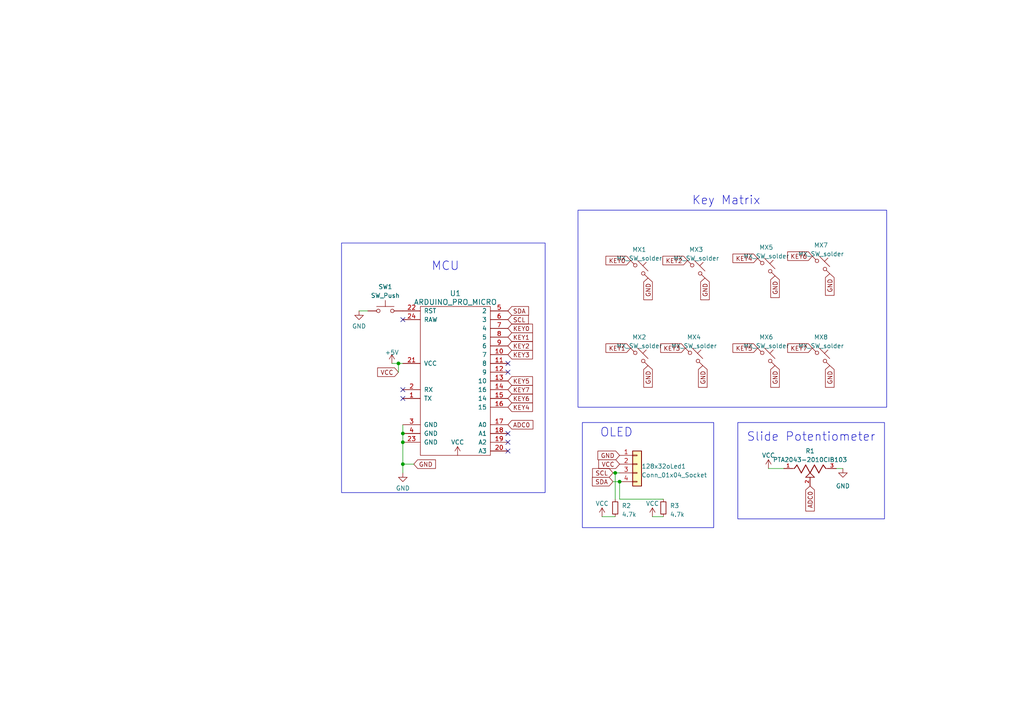
<source format=kicad_sch>
(kicad_sch (version 20230121) (generator eeschema)
  (paper "A4")
  (lib_symbols
    (symbol "Atreus62-cache:ARDUINO_PRO_MICRO" (pin_names (offset 1.016))
      (property "Reference" "U" (at 2.54 -1.27 90))
      (property "Value" "ARDUINO_PRO_MICRO" (at 0 -1.27 90))
      (symbol "ARDUINO_PRO_MICRO_0_1"
        (rectangle (start -10.16 21.59) (end 10.16 -21.59))
      )
      (symbol "ARDUINO_PRO_MICRO_1_1"
        (pin power_out line (at -15.24 -5.08 0) (length 5.08) (name "TX") (number "1"))
        (pin input line (at 15.24 7.62 180) (length 5.08) (name "7") (number "10"))
        (pin input line (at 15.24 5.08 180) (length 5.08) (name "8") (number "11"))
        (pin input line (at 15.24 2.54 180) (length 5.08) (name "9") (number "12"))
        (pin input line (at 15.24 0 180) (length 5.08) (name "10") (number "13"))
        (pin input line (at 15.24 -2.54 180) (length 5.08) (name "16") (number "14"))
        (pin input line (at 15.24 -5.08 180) (length 5.08) (name "14") (number "15"))
        (pin input line (at 15.24 -7.62 180) (length 5.08) (name "15") (number "16"))
        (pin input line (at 15.24 -12.7 180) (length 5.08) (name "A0") (number "17"))
        (pin input line (at 15.24 -15.24 180) (length 5.08) (name "A1") (number "18"))
        (pin input line (at 15.24 -17.78 180) (length 5.08) (name "A2") (number "19"))
        (pin power_out line (at -15.24 -2.54 0) (length 5.08) (name "RX") (number "2"))
        (pin input line (at 15.24 -20.32 180) (length 5.08) (name "A3") (number "20"))
        (pin power_out line (at -15.24 5.08 0) (length 5.08) (name "VCC") (number "21"))
        (pin input line (at -15.24 20.32 0) (length 5.08) (name "RST") (number "22"))
        (pin power_out line (at -15.24 -17.78 0) (length 5.08) (name "GND") (number "23"))
        (pin power_out line (at -15.24 17.78 0) (length 5.08) (name "RAW") (number "24"))
        (pin power_out line (at -15.24 -12.7 0) (length 5.08) (name "GND") (number "3"))
        (pin power_out line (at -15.24 -15.24 0) (length 5.08) (name "GND") (number "4"))
        (pin input line (at 15.24 20.32 180) (length 5.08) (name "2") (number "5"))
        (pin input line (at 15.24 17.78 180) (length 5.08) (name "3") (number "6"))
        (pin input line (at 15.24 15.24 180) (length 5.08) (name "4") (number "7"))
        (pin input line (at 15.24 12.7 180) (length 5.08) (name "5") (number "8"))
        (pin input line (at 15.24 10.16 180) (length 5.08) (name "6") (number "9"))
      )
    )
    (symbol "Connector_Generic:Conn_01x04" (pin_names (offset 1.016) hide)
      (property "Reference" "J" (at 0 5.08 0))
      (property "Value" "Conn_01x04" (at 0 -7.62 0))
      (symbol "Conn_01x04_1_1"
        (rectangle (start -1.27 -4.953) (end 0 -5.207) (stroke (width 0.1524)))
        (rectangle (start -1.27 -2.413) (end 0 -2.667) (stroke (width 0.1524)))
        (rectangle (start -1.27 0.127) (end 0 -0.127) (stroke (width 0.1524)))
        (rectangle (start -1.27 2.667) (end 0 2.413) (stroke (width 0.1524)))
        (rectangle (start -1.27 3.81) (end 1.27 -6.35) (stroke (width 0.254)) (fill (type background)))
        (pin passive line (at -5.08 2.54 0) (length 3.81) (name "Pin_1") (number "1"))
        (pin passive line (at -5.08 0 0) (length 3.81) (name "Pin_2") (number "2"))
        (pin passive line (at -5.08 -2.54 0) (length 3.81) (name "Pin_3") (number "3"))
        (pin passive line (at -5.08 -5.08 0) (length 3.81) (name "Pin_4") (number "4"))
      )
    )
    (symbol "Device:R_Small" (pin_numbers hide) (pin_names (offset 0.254) hide)
      (property "Reference" "R" (at 0.762 0.508 0))
      (property "Value" "R_Small" (at 0.762 -1.016 0))
      (symbol "R_Small_0_1"
        (rectangle (start -0.762 1.778) (end 0.762 -1.778) (stroke (width 0.2032)))
      )
      (symbol "R_Small_1_1"
        (pin passive line (at 0 2.54 270) (length 0.762) (name "~") (number "1"))
        (pin passive line (at 0 -2.54 90) (length 0.762) (name "~") (number "2"))
      )
    )
    (symbol "PTA2043-2010CIB103:PTA2043-2010CIB103" (pin_names (offset 1.016))
      (property "Reference" "R" (at -5.08 5.08 0))
      (property "Value" "PTA2043-2010CIB103" (at -5.08 2.54 0))
      (symbol "PTA2043-2010CIB103_0_0"
        (polyline (pts (xy -5.08 0) (xy -4.572 0)) (stroke (width 0.1524)))
        (polyline (pts (xy -4.572 0) (xy -3.81 1.016)) (stroke (width 0.254)))
        (polyline (pts (xy -3.81 1.016) (xy -2.54 -1.27)) (stroke (width 0.254)))
        (polyline (pts (xy -2.54 -1.27) (xy -1.27 1.016)) (stroke (width 0.254)))
        (polyline (pts (xy -1.27 -2.54) (xy 0 -1.27)) (stroke (width 0.2032)))
        (polyline (pts (xy -1.27 1.016) (xy 0 -1.27)) (stroke (width 0.254)))
        (polyline (pts (xy 0 -1.27) (xy 1.27 -2.54)) (stroke (width 0.2032)))
        (polyline (pts (xy 0 -1.27) (xy 1.27 1.016)) (stroke (width 0.254)))
        (polyline (pts (xy 1.27 -2.54) (xy -1.27 -2.54)) (stroke (width 0.2032)))
        (polyline (pts (xy 1.27 1.016) (xy 2.54 -1.27)) (stroke (width 0.254)))
        (polyline (pts (xy 2.54 -1.27) (xy 3.81 1.016)) (stroke (width 0.254)))
        (polyline (pts (xy 3.81 1.016) (xy 4.572 0)) (stroke (width 0.254)))
        (polyline (pts (xy 4.572 0) (xy 5.08 0)) (stroke (width 0.1524)))
        (pin passive line (at -7.62 0 0) (length 2.54) (name "~") (number "1"))
        (pin passive line (at 0 -5.08 90) (length 2.54) (name "~") (number "2"))
        (pin passive line (at 7.62 0 180) (length 2.54) (name "~") (number "3"))
      )
    )
    (symbol "Switch:SW_Push" (pin_numbers hide) (pin_names (offset 1.016) hide)
      (property "Reference" "SW" (at 1.27 2.54 0))
      (property "Value" "SW_Push" (at 0 -1.524 0))
      (symbol "SW_Push_0_1"
        (circle (center -2.032 0) (radius 0.508))
        (polyline (pts (xy 0 1.27) (xy 0 3.048)))
        (polyline (pts (xy 2.54 1.27) (xy -2.54 1.27)))
        (circle (center 2.032 0) (radius 0.508))
        (pin passive line (at -5.08 0 0) (length 2.54) (name "1") (number "1"))
        (pin passive line (at 5.08 0 180) (length 2.54) (name "2") (number "2"))
      )
    )
    (symbol "marbastlib-mx:MX_SW_solder" (pin_numbers hide) (pin_names (offset 1.016) hide)
      (property "Reference" "MX" (at 3.048 1.016 0))
      (property "Value" "MX_SW_solder" (at 0 -3.81 0))
      (symbol "MX_SW_solder_0_1"
        (circle (center -1.1684 1.1684) (radius 0.508))
        (polyline (pts (xy -0.508 2.54) (xy 2.54 -0.508)))
        (polyline (pts (xy 1.016 1.016) (xy 2.032 2.032)))
        (polyline (pts (xy -2.54 2.54) (xy -1.524 1.524) (xy -1.524 1.524)))
        (polyline (pts (xy 1.524 -1.524) (xy 2.54 -2.54) (xy 2.54 -2.54) (xy 2.54 -2.54)))
        (circle (center 1.143 -1.1938) (radius 0.508))
        (pin passive line (at -2.54 2.54 0) (length 0) (name "1") (number "1"))
        (pin passive line (at 2.54 -2.54 180) (length 0) (name "2") (number "2"))
      )
    )
    (symbol "power:+5V" (power) (pin_names (offset 0))
      (property "Value" "+5V" (at 0 3.556 0))
      (symbol "+5V_0_1"
        (polyline (pts (xy -0.762 1.27) (xy 0 2.54)))
        (polyline (pts (xy 0 0) (xy 0 2.54)))
        (polyline (pts (xy 0 2.54) (xy 0.762 1.27)))
      )
      (symbol "+5V_1_1"
        (pin power_in line (at 0 0 90) (length 0) hide (name "+5V") (number "1"))
      )
    )
    (symbol "power:GND" (power) (pin_names (offset 0))
      (property "Value" "GND" (at 0 -3.81 0))
      (symbol "GND_0_1"
        (polyline (pts (xy 0 0) (xy 0 -1.27) (xy 1.27 -1.27) (xy 0 -2.54) (xy -1.27 -1.27) (xy 0 -1.27)))
      )
      (symbol "GND_1_1"
        (pin power_in line (at 0 0 270) (length 0) hide (name "GND") (number "1"))
      )
    )
    (symbol "power:VCC" (power) (pin_names (offset 0))
      (property "Value" "VCC" (at 0 3.81 0))
      (symbol "VCC_0_1"
        (polyline (pts (xy -0.762 1.27) (xy 0 2.54)))
        (polyline (pts (xy 0 0) (xy 0 2.54)))
        (polyline (pts (xy 0 2.54) (xy 0.762 1.27)))
      )
      (symbol "VCC_1_1"
        (pin power_in line (at 0 0 90) (length 0) hide (name "VCC") (number "1"))
      )
    )
  )
  (junction (at 116.84 128.27))
  (junction (at 179.705 139.7))
  (junction (at 178.435 137.16))
  (junction (at 116.84 125.73))
  (junction (at 116.84 134.62))
  (junction (at 115.57 105.41))
  (no_connect (at 116.84 115.57))
  (no_connect (at 116.84 92.71))
  (no_connect (at 116.84 113.03))
  (no_connect (at 147.32 125.73))
  (no_connect (at 147.32 130.81))
  (no_connect (at 147.32 128.27))
  (no_connect (at 147.32 105.41))
  (no_connect (at 147.32 107.95))
  (wire (pts (xy 115.57 105.41) (xy 115.57 107.95)))
  (wire (pts (xy 178.435 137.16) (xy 178.435 144.78)))
  (wire (pts (xy 242.57 135.89) (xy 244.475 135.89)))
  (wire (pts (xy 116.84 128.27) (xy 116.84 134.62)))
  (wire (pts (xy 189.23 149.86) (xy 192.405 149.86)))
  (wire (pts (xy 174.625 149.86) (xy 178.435 149.86)))
  (wire (pts (xy 116.84 125.73) (xy 116.84 128.27)))
  (wire (pts (xy 116.84 134.62) (xy 116.84 137.16)))
  (wire (pts (xy 179.705 144.78) (xy 192.405 144.78)))
  (wire (pts (xy 179.705 144.78) (xy 179.705 139.7)))
  (wire (pts (xy 104.14 90.17) (xy 106.68 90.17)))
  (wire (pts (xy 120.015 134.62) (xy 116.84 134.62)))
  (wire (pts (xy 222.885 135.89) (xy 227.33 135.89)))
  (wire (pts (xy 177.8 137.16) (xy 178.435 137.16)))
  (wire (pts (xy 177.8 139.7) (xy 179.705 139.7)))
  (wire (pts (xy 178.435 137.16) (xy 179.705 137.16)))
  (wire (pts (xy 116.84 123.19) (xy 116.84 125.73)))
  (wire (pts (xy 113.665 105.41) (xy 115.57 105.41)))
  (wire (pts (xy 115.57 105.41) (xy 116.84 105.41)))
  (rectangle (start 213.995 122.555) (end 256.54 150.495))
  (rectangle (start 99.06 70.485) (end 158.115 142.875))
  (rectangle (start 168.91 122.555) (end 207.01 153.035))
  (rectangle (start 167.64 60.96) (end 257.175 118.11))
  (text "Slide Potentiometer\n" (at 216.535 128.27 0) (effects (font (size 2.5 2.5)) (justify left bottom)))
  (text "OLED\n" (at 173.99 127 0) (effects (font (size 2.5 2.5)) (justify left bottom)))
  (text "Key Matrix\n" (at 200.66 59.69 0) (effects (font (size 2.5 2.5)) (justify left bottom)))
  (text "MCU\n" (at 125.095 78.74 0) (effects (font (size 2.5 2.5)) (justify left bottom)))
  (global_label "GND" (shape input) (at 120.015 134.62 0) (property "Intersheetrefs" "${INTERSHEET_REFS}" (effects hide)))
  (global_label "KEY7" (shape input) (at 147.32 113.03 0) (property "Intersheetrefs" "${INTERSHEET_REFS}" (effects hide)))
  (global_label "KEY3" (shape input) (at 198.755 100.965 180) (property "Intersheetrefs" "${INTERSHEET_REFS}" (effects hide)))
  (global_label "VCC" (shape input) (at 115.57 107.95 180) (property "Intersheetrefs" "${INTERSHEET_REFS}" (effects hide)))
  (global_label "SCL" (shape input) (at 177.8 137.16 180) (property "Intersheetrefs" "${INTERSHEET_REFS}" (effects hide)))
  (global_label "ADC0" (shape input) (at 234.95 140.97 270) (property "Intersheetrefs" "${INTERSHEET_REFS}" (effects hide)))
  (global_label "SDA" (shape input) (at 177.8 139.7 180) (property "Intersheetrefs" "${INTERSHEET_REFS}" (effects hide)))
  (global_label "KEY6" (shape input) (at 235.585 74.295 180) (property "Intersheetrefs" "${INTERSHEET_REFS}" (effects hide)))
  (global_label "KEY1" (shape input) (at 147.32 97.79 0) (property "Intersheetrefs" "${INTERSHEET_REFS}" (effects hide)))
  (global_label "KEY4" (shape input) (at 219.71 74.93 180) (property "Intersheetrefs" "${INTERSHEET_REFS}" (effects hide)))
  (global_label "GND" (shape input) (at 179.705 132.08 180) (property "Intersheetrefs" "${INTERSHEET_REFS}" (effects hide)))
  (global_label "KEY6" (shape input) (at 147.32 115.57 0) (property "Intersheetrefs" "${INTERSHEET_REFS}" (effects hide)))
  (global_label "KEY2" (shape input) (at 199.39 75.565 180) (property "Intersheetrefs" "${INTERSHEET_REFS}" (effects hide)))
  (global_label "SCL" (shape input) (at 147.32 92.71 0) (property "Intersheetrefs" "${INTERSHEET_REFS}" (effects hide)))
  (global_label "KEY7" (shape input) (at 235.585 100.965 180) (property "Intersheetrefs" "${INTERSHEET_REFS}" (effects hide)))
  (global_label "KEY0" (shape input) (at 182.88 75.565 180) (property "Intersheetrefs" "${INTERSHEET_REFS}" (effects hide)))
  (global_label "KEY4" (shape input) (at 147.32 118.11 0) (property "Intersheetrefs" "${INTERSHEET_REFS}" (effects hide)))
  (global_label "KEY5" (shape input) (at 147.32 110.49 0) (property "Intersheetrefs" "${INTERSHEET_REFS}" (effects hide)))
  (global_label "GND" (shape input) (at 224.79 106.045 270) (property "Intersheetrefs" "${INTERSHEET_REFS}" (effects hide)))
  (global_label "GND" (shape input) (at 224.79 80.01 270) (property "Intersheetrefs" "${INTERSHEET_REFS}" (effects hide)))
  (global_label "VCC" (shape input) (at 179.705 134.62 180) (property "Intersheetrefs" "${INTERSHEET_REFS}" (effects hide)))
  (global_label "ADC0" (shape input) (at 147.32 123.19 0) (property "Intersheetrefs" "${INTERSHEET_REFS}" (effects hide)))
  (global_label "GND" (shape input) (at 240.665 106.045 270) (property "Intersheetrefs" "${INTERSHEET_REFS}" (effects hide)))
  (global_label "GND" (shape input) (at 187.96 80.645 270) (property "Intersheetrefs" "${INTERSHEET_REFS}" (effects hide)))
  (global_label "KEY5" (shape input) (at 219.71 100.965 180) (property "Intersheetrefs" "${INTERSHEET_REFS}" (effects hide)))
  (global_label "GND" (shape input) (at 203.835 106.045 270) (property "Intersheetrefs" "${INTERSHEET_REFS}" (effects hide)))
  (global_label "GND" (shape input) (at 187.96 106.045 270) (property "Intersheetrefs" "${INTERSHEET_REFS}" (effects hide)))
  (global_label "KEY2" (shape input) (at 147.32 100.33 0) (property "Intersheetrefs" "${INTERSHEET_REFS}" (effects hide)))
  (global_label "KEY0" (shape input) (at 147.32 95.25 0) (property "Intersheetrefs" "${INTERSHEET_REFS}" (effects hide)))
  (global_label "SDA" (shape input) (at 147.32 90.17 0) (property "Intersheetrefs" "${INTERSHEET_REFS}" (effects hide)))
  (global_label "GND" (shape input) (at 204.47 80.645 270) (property "Intersheetrefs" "${INTERSHEET_REFS}" (effects hide)))
  (global_label "KEY3" (shape input) (at 147.32 102.87 0) (property "Intersheetrefs" "${INTERSHEET_REFS}" (effects hide)))
  (global_label "KEY1" (shape input) (at 182.88 100.965 180) (property "Intersheetrefs" "${INTERSHEET_REFS}" (effects hide)))
  (global_label "GND" (shape input) (at 240.665 79.375 270) (property "Intersheetrefs" "${INTERSHEET_REFS}" (effects hide)))
  (symbol (lib_id "Device:R_Small") (at 178.435 147.32 0) (unit 1)
    (property "Reference" "R2" (at 180.34 146.685 0) (effects (justify left)))
    (property "Value" "4.7k" (at 180.34 149.225 0) (effects (justify left)))
    (property "Footprint" "Resistor_THT:R_Axial_DIN0309_L9.0mm_D3.2mm_P12.70mm_Horizontal" (effects hide))
  )
  (symbol (lib_id "power:VCC") (at 132.715 132.08 0) (unit 1)
    (property "Reference" "#PWR06" (effects hide))
    (property "Value" "VCC" (at 132.715 128.27 0))
  )
  (symbol (lib_id "power:GND") (at 116.84 137.16 0) (unit 1)
    (property "Reference" "#PWR01" (effects hide))
    (property "Value" "GND" (at 116.84 141.605 0))
  )
  (symbol (lib_id "PTA2043-2010CIB103:PTA2043-2010CIB103") (at 234.95 135.89 0) (unit 1)
    (property "Reference" "R1" (at 234.95 130.81 0))
    (property "Value" "PTA2043-2010CIB103" (at 234.95 133.35 0))
    (property "Footprint" "Slide-potentiometer:TRIM_PTA2043-2010CIB103" (effects hide))
    (property "PARTREV" "04/21" (effects hide))
    (property "STANDARD" "Manufacturer Recommendations" (effects hide))
    (property "SNAPEDA_PN" "PTA2043-2010CIB103" (effects hide))
    (property "MAXIMUM_PACKAGE_HEIGHT" "16.5 mm" (effects hide))
    (property "MANUFACTURER" "Bourns" (effects hide))
  )
  (symbol (lib_id "Atreus62-cache:ARDUINO_PRO_MICRO") (at 132.08 110.49 0) (unit 1)
    (property "Reference" "U1" (at 132.08 85.09 0) (effects (font (size 1.524 1.524))))
    (property "Value" "ARDUINO_PRO_MICRO" (at 132.08 87.63 0) (effects (font (size 1.524 1.524))))
    (property "Footprint" "footprints:ARDUINO_PRO_MICRO" (effects hide))
  )
  (symbol (lib_id "Device:R_Small") (at 192.405 147.32 0) (unit 1)
    (property "Reference" "R3" (at 194.31 146.685 0) (effects (justify left)))
    (property "Value" "4.7k" (at 194.31 149.225 0) (effects (justify left)))
    (property "Footprint" "Resistor_THT:R_Axial_DIN0309_L9.0mm_D3.2mm_P12.70mm_Horizontal" (effects hide))
  )
  (symbol (lib_id "marbastlib-mx:MX_SW_solder") (at 201.295 103.505 0) (unit 1)
    (property "Reference" "MX4" (at 201.295 97.79 0))
    (property "Value" "MX_SW_solder" (at 201.295 100.33 0))
    (property "Footprint" "Button_Switch_Keyboard:SW_Cherry_MX_1.00u_PCB" (effects hide))
  )
  (symbol (lib_id "power:+5V") (at 113.665 105.41 0) (unit 1)
    (property "Reference" "#PWR02" (effects hide))
    (property "Value" "+5V" (at 113.665 102.235 0))
  )
  (symbol (lib_id "power:GND") (at 244.475 135.89 0) (unit 1)
    (property "Reference" "#PWR05" (effects hide))
    (property "Value" "GND" (at 244.475 140.97 0))
  )
  (symbol (lib_id "marbastlib-mx:MX_SW_solder") (at 222.25 103.505 0) (unit 1)
    (property "Reference" "MX6" (at 222.25 97.79 0))
    (property "Value" "MX_SW_solder" (at 222.25 100.33 0))
    (property "Footprint" "Button_Switch_Keyboard:SW_Cherry_MX_1.00u_PCB" (effects hide))
  )
  (symbol (lib_id "power:VCC") (at 222.885 135.89 0) (unit 1)
    (property "Reference" "#PWR04" (effects hide))
    (property "Value" "VCC" (at 222.885 132.08 0))
  )
  (symbol (lib_id "marbastlib-mx:MX_SW_solder") (at 238.125 76.835 0) (unit 1)
    (property "Reference" "MX7" (at 238.125 71.12 0))
    (property "Value" "MX_SW_solder" (at 238.125 73.66 0))
    (property "Footprint" "Button_Switch_Keyboard:SW_Cherry_MX_1.00u_PCB" (effects hide))
  )
  (symbol (lib_id "marbastlib-mx:MX_SW_solder") (at 201.93 78.105 0) (unit 1)
    (property "Reference" "MX3" (at 201.93 72.39 0))
    (property "Value" "MX_SW_solder" (at 201.93 74.93 0))
    (property "Footprint" "Button_Switch_Keyboard:SW_Cherry_MX_1.00u_PCB" (effects hide))
  )
  (symbol (lib_id "power:GND") (at 104.14 90.17 0) (unit 1)
    (property "Reference" "#PWR03" (effects hide))
    (property "Value" "GND" (at 104.14 94.615 0))
  )
  (symbol (lib_id "Connector_Generic:Conn_01x04") (at 184.785 134.62 0) (unit 1)
    (property "Reference" "128x32oLed1" (at 186.055 135.255 0) (effects (justify left)))
    (property "Value" "Conn_01x04_Socket" (at 186.055 137.795 0) (effects (justify left)))
    (property "Footprint" "KiCad-SSD1306-0.91-OLED-4pin-128x32:SSD1306-0.91-OLED-4pin-128x32" (effects hide))
  )
  (symbol (lib_id "Switch:SW_Push") (at 111.76 90.17 0) (unit 1)
    (property "Reference" "SW1" (at 111.76 83.185 0))
    (property "Value" "SW_Push" (at 111.76 85.725 0))
    (property "Footprint" "Button_Switch_THT:SW_PUSH_6mm_H5mm" (effects hide))
  )
  (symbol (lib_id "power:VCC") (at 189.23 149.86 0) (unit 1)
    (property "Reference" "#PWR08" (effects hide))
    (property "Value" "VCC" (at 189.23 146.05 0))
  )
  (symbol (lib_id "marbastlib-mx:MX_SW_solder") (at 238.125 103.505 0) (unit 1)
    (property "Reference" "MX8" (at 238.125 97.79 0))
    (property "Value" "MX_SW_solder" (at 238.125 100.33 0))
    (property "Footprint" "Button_Switch_Keyboard:SW_Cherry_MX_1.00u_PCB" (effects hide))
  )
  (symbol (lib_id "marbastlib-mx:MX_SW_solder") (at 185.42 78.105 0) (unit 1)
    (property "Reference" "MX1" (at 185.42 72.39 0))
    (property "Value" "MX_SW_solder" (at 185.42 74.93 0))
    (property "Footprint" "Button_Switch_Keyboard:SW_Cherry_MX_1.00u_PCB" (effects hide))
  )
  (symbol (lib_id "marbastlib-mx:MX_SW_solder") (at 185.42 103.505 0) (unit 1)
    (property "Reference" "MX2" (at 185.42 97.79 0))
    (property "Value" "MX_SW_solder" (at 185.42 100.33 0))
    (property "Footprint" "Button_Switch_Keyboard:SW_Cherry_MX_1.00u_PCB" (effects hide))
  )
  (symbol (lib_id "marbastlib-mx:MX_SW_solder") (at 222.25 77.47 0) (unit 1)
    (property "Reference" "MX5" (at 222.25 71.755 0))
    (property "Value" "MX_SW_solder" (at 222.25 74.295 0))
    (property "Footprint" "Button_Switch_Keyboard:SW_Cherry_MX_1.00u_PCB" (effects hide))
  )
  (symbol (lib_id "power:VCC") (at 174.625 149.86 0) (unit 1)
    (property "Reference" "#PWR07" (effects hide))
    (property "Value" "VCC" (at 174.625 146.05 0))
  )
)
</source>
